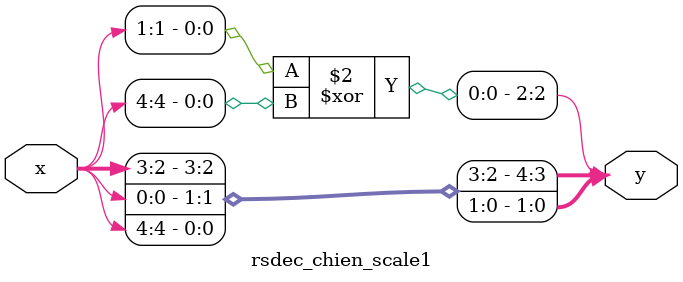
<source format=v>
module rsdec_chien_scale1 (y, x);
	input [4:0] x;
	output [4:0] y;
	reg [4:0] y;
	always @ (x)
	begin
		y[0] = x[4];
		y[1] = x[0];
		y[2] = x[1] ^ x[4];
		y[3] = x[2];
		y[4] = x[3];
	end
endmodule
</source>
